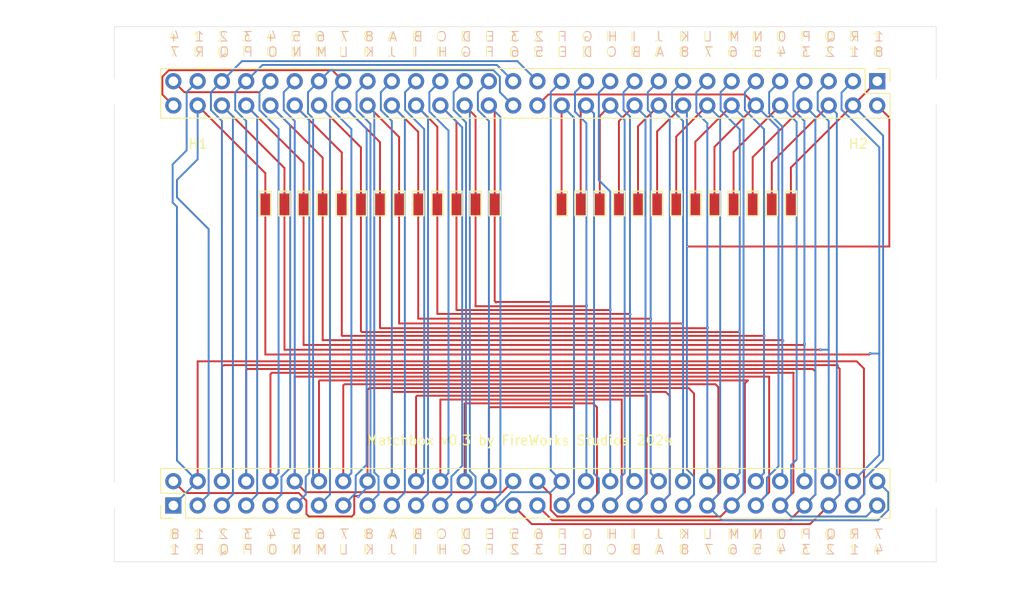
<source format=kicad_pcb>
(kicad_pcb (version 20240108) (generator "pcbnew") (generator_version "8.0")
  (layers (0 "F.Cu" signal) (31 "B.Cu" signal) (34 "B.Paste" user) (35 "F.Paste" user) (36 "B.SilkS" user "B.Silkscreen") (37 "F.SilkS" user "F.Silkscreen") (38 "B.Mask" user) (39 "F.Mask" user) (44 "Edge.Cuts" user))
  (net 0 "")
  (net 1 "/R")
  (net 2 "/Q")
  (net 3 "/P")
  (net 4 "/O")
  (net 5 "/N")
  (net 6 "/M")
  (net 7 "/L")
  (net 8 "/K")
  (net 9 "/J")
  (net 10 "/I")
  (net 11 "/H")
  (net 12 "/G")
  (net 13 "/F")
  (net 14 "/E")
  (net 15 "/D")
  (net 16 "/C")
  (net 17 "/B")
  (net 18 "/A")
  (net 19 "/8")
  (net 20 "/7")
  (net 21 "/6")
  (net 22 "/5")
  (net 23 "/4")
  (net 24 "/3")
  (net 25 "/2")
  (net 26 "/1")
  (footprint "MountingHole:MountingHole_3.2mm_M3" (layer "F.Cu") (at 77.2 108)
    (property "Reference" "H6" (hide yes))
    (property "Value" "MountingHole")
  )
  (footprint "S7221_45R:HARWIN_S7221-45R" (layer "F.Cu") (at 112.1 77.5 -90)
    (property "Reference" "PinH1" (hide yes))
    (property "Value" "S7221-45R" (hide yes))
  )
  (footprint "Connector_PinHeader_2.54mm:PinHeader_2x30_P2.54mm_Vertical" (layer "F.Cu") (at 82.475 109.1 90)
    (property "Reference" "J30" (hide yes))
    (property "Value" "Conn_02x30_Odd_Even" (hide yes))
  )
  (footprint "S7221_45R:HARWIN_S7221-45R" (layer "F.Cu") (at 110.1 77.5 -90)
    (property "Reference" "PinI1" (hide yes))
    (property "Value" "S7221-45R" (hide yes))
  )
  (footprint "S7221_45R:HARWIN_S7221-45R" (layer "F.Cu") (at 116.1 77.5 -90)
    (property "Reference" "PinF1" (hide yes))
    (property "Value" "S7221-45R" (hide yes))
  )
  (footprint "S7221_45R:HARWIN_S7221-45R" (layer "F.Cu") (at 100.1 77.5 -90)
    (property "Reference" "PinN1" (hide yes))
    (property "Value" "S7221-45R" (hide yes))
  )
  (footprint "S7221_45R:HARWIN_S7221-45R" (layer "F.Cu") (at 104.1 77.5 -90)
    (property "Reference" "PinL1" (hide yes))
    (property "Value" "S7221-45R" (hide yes))
  )
  (footprint "S7221_45R:HARWIN_S7221-45R" (layer "F.Cu") (at 145.1 77.5 -90)
    (property "Reference" "Pin2" (hide yes))
    (property "Value" "S7221-45R" (hide yes))
  )
  (footprint "S7221_45R:HARWIN_S7221-45R" (layer "F.Cu") (at 98.1 77.5 -90)
    (property "Reference" "PinO1" (hide yes))
    (property "Value" "S7221-45R" (hide yes))
  )
  (footprint "Connector_PinHeader_2.54mm:PinHeader_2x30_P2.54mm_Vertical" (layer "F.Cu") (at 156.135 64.7 -90)
    (property "Reference" "J29" (hide yes))
    (property "Value" "Conn_02x30_Odd_Even" (hide yes))
  )
  (footprint "MountingHole:MountingHole_3.2mm_M3" (layer "F.Cu") (at 161.4 108)
    (property "Reference" "H5" (hide yes))
    (property "Value" "MountingHole")
  )
  (footprint "S7221_45R:HARWIN_S7221-45R" (layer "F.Cu") (at 96.1 77.5 -90)
    (property "Reference" "PinP1" (hide yes))
    (property "Value" "S7221-45R" (hide yes))
  )
  (footprint "S7221_45R:HARWIN_S7221-45R" (layer "F.Cu") (at 92.1 77.5 -90)
    (property "Reference" "PinR1" (hide yes))
    (property "Value" "S7221-45R" (hide yes))
  )
  (footprint "S7221_45R:HARWIN_S7221-45R" (layer "F.Cu") (at 133.1 77.5 -90)
    (property "Reference" "Pin8" (hide yes))
    (property "Value" "S7221-45R" (hide yes))
  )
  (footprint "MountingHole:MountingHole_3.7mm" (layer "F.Cu") (at 85.05 75.95)
    (property "Reference" "H1")
    (property "Value" "MountingHole")
  )
  (footprint "S7221_45R:HARWIN_S7221-45R" (layer "F.Cu") (at 129.1 77.5 -90)
    (property "Reference" "PinB1" (hide yes))
    (property "Value" "S7221-45R" (hide yes))
  )
  (footprint "S7221_45R:HARWIN_S7221-45R" (layer "F.Cu") (at 94.1 77.5 -90)
    (property "Reference" "PinQ1" (hide yes))
    (property "Value" "S7221-45R" (hide yes))
  )
  (footprint "S7221_45R:HARWIN_S7221-45R" (layer "F.Cu") (at 123.1 77.5 -90)
    (property "Reference" "PinE1" (hide yes))
    (property "Value" "S7221-45R" (hide yes))
  )
  (footprint "MountingHole:MountingHole_3.2mm_M3" (layer "F.Cu") (at 77.2 65.8)
    (property "Reference" "H4" (hide yes))
    (property "Value" "MountingHole")
  )
  (footprint "S7221_45R:HARWIN_S7221-45R" (layer "F.Cu") (at 125.1 77.5 -90)
    (property "Reference" "PinD1" (hide yes))
    (property "Value" "S7221-45R" (hide yes))
  )
  (footprint "MountingHole:MountingHole_3.2mm_M3" (layer "F.Cu") (at 161.4 65.8)
    (property "Reference" "H3" (hide yes))
    (property "Value" "MountingHole")
  )
  (footprint "MountingHole:MountingHole_3.7mm" (layer "F.Cu") (at 154.15 75.95)
    (property "Reference" "H2")
    (property "Value" "MountingHole")
  )
  (footprint "S7221_45R:HARWIN_S7221-45R" (layer "F.Cu") (at 147.1 77.5 -90)
    (property "Reference" "Pin1" (hide yes))
    (property "Value" "S7221-45R" (hide yes))
  )
  (footprint "S7221_45R:HARWIN_S7221-45R" (layer "F.Cu") (at 137.1 77.5 -90)
    (property "Reference" "Pin6" (hide yes))
    (property "Value" "S7221-45R" (hide yes))
  )
  (footprint "S7221_45R:HARWIN_S7221-45R" (layer "F.Cu") (at 143.1 77.5 -90)
    (property "Reference" "Pin3" (hide yes))
    (property "Value" "S7221-45R" (hide yes))
  )
  (footprint "S7221_45R:HARWIN_S7221-45R" (layer "F.Cu") (at 135.1 77.5 -90)
    (property "Reference" "Pin7" (hide yes))
    (property "Value" "S7221-45R" (hide yes))
  )
  (footprint "S7221_45R:HARWIN_S7221-45R" (layer "F.Cu") (at 131.1 77.5 -90)
    (property "Reference" "PinA1" (hide yes))
    (property "Value" "S7221-45R" (hide yes))
  )
  (footprint "S7221_45R:HARWIN_S7221-45R" (layer "F.Cu") (at 141.1 77.5 -90)
    (property "Reference" "Pin4" (hide yes))
    (property "Value" "S7221-45R" (hide yes))
  )
  (footprint "S7221_45R:HARWIN_S7221-45R" (layer "F.Cu") (at 114.1 77.5 -90)
    (property "Reference" "PinG1" (hide yes))
    (property "Value" "S7221-45R" (hide yes))
  )
  (footprint "S7221_45R:HARWIN_S7221-45R" (layer "F.Cu") (at 139.1 77.5 -90)
    (property "Reference" "Pin5" (hide yes))
    (property "Value" "S7221-45R" (hide yes))
  )
  (footprint "S7221_45R:HARWIN_S7221-45R" (layer "F.Cu") (at 102.1 77.5 -90)
    (property "Reference" "PinM1" (hide yes))
    (property "Value" "S7221-45R" (hide yes))
  )
  (footprint "S7221_45R:HARWIN_S7221-45R" (layer "F.Cu") (at 106.1 77.5 -90)
    (property "Reference" "PinK1" (hide yes))
    (property "Value" "S7221-45R" (hide yes))
  )
  (footprint "S7221_45R:HARWIN_S7221-45R" (layer "F.Cu") (at 127.1 77.5 -90)
    (property "Reference" "PinC1" (hide yes))
    (property "Value" "S7221-45R" (hide yes))
  )
  (footprint "S7221_45R:HARWIN_S7221-45R" (layer "F.Cu") (at 108.1 77.5 -90)
    (property "Reference" "PinJ1" (hide yes))
    (property "Value" "S7221-45R" (hide yes))
  )
  (gr_rect (start 76.3 59) (end 162.3 115) (stroke (width 0.05)) (fill none) (layer "Edge.Cuts"))
  (gr_text "A\nJ" (at 104.99262 114.3 -0) (layer "B.SilkS") (effects (font (size 1 1) (thickness 0.1)) (justify right bottom mirror)))
  (gr_text "6\nM" (at 97.37262 114.3 -0) (layer "B.SilkS") (effects (font (size 1 1) (thickness 0.1)) (justify right bottom mirror)))
  (gr_text "K\n8" (at 135.47262 62.23 -0) (layer "B.SilkS") (effects (font (size 1 1) (thickness 0.1)) (justify right bottom mirror)))
  (gr_text "D\nG" (at 112.61262 62.23 -0) (layer "B.SilkS") (effects (font (size 1 1) (thickness 0.1)) (justify right bottom mirror)))
  (gr_text "I\nB" (at 130.39262 62.23 -0) (layer "B.SilkS") (effects (font (size 1 1) (thickness 0.1)) (justify right bottom mirror)))
  (gr_text "7\n4" (at 155.79262 114.3 -0) (layer "B.SilkS") (effects (font (size 1 1) (thickness 0.1)) (justify right bottom mirror)))
  (gr_text "7\nL" (at 99.91262 62.23 -0) (layer "B.SilkS") (effects (font (size 1 1) (thickness 0.1)) (justify right bottom mirror)))
  (gr_text "C\nH" (at 110.07262 62.23 -0) (layer "B.SilkS") (effects (font (size 1 1) (thickness 0.1)) (justify right bottom mirror)))
  (gr_text "3\n6" (at 117.69262 62.23 -0) (layer "B.SilkS") (effects (font (size 1 1) (thickness 0.1)) (justify right bottom mirror)))
  (gr_text "7\nL" (at 99.91262 114.3 -0) (layer "B.SilkS") (effects (font (size 1 1) (thickness 0.1)) (justify right bottom mirror)))
  (gr_text "8\nK" (at 102.45262 114.3 -0) (layer "B.SilkS") (effects (font (size 1 1) (thickness 0.1)) (justify right bottom mirror)))
  (gr_text "4\n7" (at 82.13262 62.23 -0) (layer "B.SilkS") (effects (font (size 1 1) (thickness 0.1)) (justify right bottom mirror)))
  (gr_text "6\n3" (at 120.23262 114.3 -0) (layer "B.SilkS") (effects (font (size 1 1) (thickness 0.1)) (justify right bottom mirror)))
  (gr_text "5\nN" (at 94.83262 114.3 -0) (layer "B.SilkS") (effects (font (size 1 1) (thickness 0.1)) (justify right bottom mirror)))
  (gr_text "E\nF" (at 115.15262 62.23 -0) (layer "B.SilkS") (effects (font (size 1 1) (thickness 0.1)) (justify right bottom mirror)))
  (gr_text "M\n6" (at 140.55262 114.3 -0) (layer "B.SilkS") (effects (font (size 1 1) (thickness 0.1)) (justify right bottom mirror)))
  (gr_text "2\nQ" (at 87.21262 114.3 -0) (layer "B.SilkS") (effects (font (size 1 1) (thickness 0.1)) (justify right bottom mirror)))
  (gr_text "L\n7" (at 138.01262 114.3 -0) (layer "B.SilkS") (effects (font (size 1 1) (thickness 0.1)) (justify right bottom mirror)))
  (gr_text "4\nO" (at 92.29262 114.3 -0) (layer "B.SilkS") (effects (font (size 1 1) (thickness 0.1)) (justify right bottom mirror)))
  (gr_text "3\nP" (at 89.75262 62.23 -0) (layer "B.SilkS") (effects (font (size 1 1) (thickness 0.1)) (justify right bottom mirror)))
  (gr_text "1\nR" (at 84.67262 62.23 -0) (layer "B.SilkS") (effects (font (size 1 1) (thickness 0.1)) (justify right bottom mirror)))
  (gr_text "5\nN" (at 94.83262 62.23 -0) (layer "B.SilkS") (effects (font (size 1 1) (thickness 0.1)) (justify right bottom mirror)))
  (gr_text "0\n4" (at 145.63262 62.23 -0) (layer "B.SilkS") (effects (font (size 1 1) (thickness 0.1)) (justify right bottom mirror)))
  (gr_text "P\n3" (at 148.17262 114.3 -0) (layer "B.SilkS") (effects (font (size 1 1) (thickness 0.1)) (justify right bottom mirror)))
  (gr_text "P\n3" (at 148.17262 62.23 -0) (layer "B.SilkS") (effects (font (size 1 1) (thickness 0.1)) (justify right bottom mirror)))
  (gr_text "J\nA" (at 132.93262 62.23 -0) (layer "B.SilkS") (effects (font (size 1 1) (thickness 0.1)) (justify right bottom mirror)))
  (gr_text "Q\n2" (at 150.71262 114.3 -0) (layer "B.SilkS") (effects (font (size 1 1) (thickness 0.1)) (justify right bottom mirror)))
  (gr_text "N\n5" (at 143.09262 62.23 -0) (layer "B.SilkS") (effects (font (size 1 1) (thickness 0.1)) (justify right bottom mirror)))
  (gr_text "J\nA" (at 132.93262 114.3 -0) (layer "B.SilkS") (effects (font (size 1 1) (thickness 0.1)) (justify right bottom mirror)))
  (gr_text "1\n8" (at 155.79262 62.23 -0) (layer "B.SilkS") (effects (font (size 1 1) (thickness 0.1)) (justify right bottom mirror)))
  (gr_text "3\nP" (at 89.75262 114.3 -0) (layer "B.SilkS") (effects (font (size 1 1) (thickness 0.1)) (justify right bottom mirror)))
  (gr_text "G\nD" (at 125.31262 114.3 -0) (layer "B.SilkS") (effects (font (size 1 1) (thickness 0.1)) (justify right bottom mirror)))
  (gr_text "M\n6" (at 140.55262 62.23 -0) (layer "B.SilkS") (effects (font (size 1 1) (thickness 0.1)) (justify right bottom mirror)))
  (gr_text "8\nK" (at 102.45262 62.23 -0) (layer "B.SilkS") (effects (font (size 1 1) (thickness 0.1)) (justify right bottom mirror)))
  (gr_text "I\nB" (at 130.39262 114.3 -0) (layer "B.SilkS") (effects (font (size 1 1) (thickness 0.1)) (justify right bottom mirror)))
  (gr_text "1\nR" (at 84.67262 114.3 -0) (layer "B.SilkS") (effects (font (size 1 1) (thickness 0.1)) (justify right bottom mirror)))
  (gr_text "F\nE" (at 122.77262 114.3 -0) (layer "B.SilkS") (effects (font (size 1 1) (thickness 0.1)) (justify right bottom mirror)))
  (gr_text "B\nI" (at 107.53262 62.23 -0) (layer "B.SilkS") (effects (font (size 1 1) (thickness 0.1)) (justify right bottom mirror)))
  (gr_text "Q\n2" (at 150.71262 62.23 -0) (layer "B.SilkS") (effects (font (size 1 1) (thickness 0.1)) (justify right bottom mirror)))
  (gr_text "R\n1" (at 153.25262 62.23 -0) (layer "B.SilkS") (effects (font (size 1 1) (thickness 0.1)) (justify right bottom mirror)))
  (gr_text "2\n5" (at 120.23262 62.23 -0) (layer "B.SilkS") (effects (font (size 1 1) (thickness 0.1)) (justify right bottom mirror)))
  (gr_text "K\n8" (at 135.47262 114.3 -0) (layer "B.SilkS") (effects (font (size 1 1) (thickness 0.1)) (justify right bottom mirror)))
  (gr_text "E\nF" (at 115.15262 114.3 -0) (layer "B.SilkS") (effects (font (size 1 1) (thickness 0.1)) (justify right bottom mirror)))
  (gr_text "6\nM" (at 97.37262 62.23 -0) (layer "B.SilkS") (effects (font (size 1 1) (thickness 0.1)) (justify right bottom mirror)))
  (gr_text "D\nG" (at 112.61262 114.3 -0) (layer "B.SilkS") (effects (font (size 1 1) (thickness 0.1)) (justify right bottom mirror)))
  (gr_text "L\n7" (at 138.01262 62.23 -0) (layer "B.SilkS") (effects (font (size 1 1) (thickness 0.1)) (justify right bottom mirror)))
  (gr_text "C\nH" (at 110.07262 114.3 -0) (layer "B.SilkS") (effects (font (size 1 1) (thickness 0.1)) (justify right bottom mirror)))
  (gr_text "2\nQ" (at 87.21262 62.23 -0) (layer "B.SilkS") (effects (font (size 1 1) (thickness 0.1)) (justify right bottom mirror)))
  (gr_text "8\n1" (at 82.13262 114.3 -0) (layer "B.SilkS") (effects (font (size 1 1) (thickness 0.1)) (justify right bottom mirror)))
  (gr_text "B\nI" (at 107.53262 114.3 -0) (layer "B.SilkS") (effects (font (size 1 1) (thickness 0.1)) (justify right bottom mirror)))
  (gr_text "4\nO" (at 92.29262 62.23 -0) (layer "B.SilkS") (effects (font (size 1 1) (thickness 0.1)) (justify right bottom mirror)))
  (gr_text "H\nC" (at 127.85262 114.3 -0) (layer "B.SilkS") (effects (font (size 1 1) (thickness 0.1)) (justify right bottom mirror)))
  (gr_text "0\n4" (at 145.63262 114.3 -0) (layer "B.SilkS") (effects (font (size 1 1) (thickness 0.1)) (justify right bottom mirror)))
  (gr_text "A\nJ" (at 104.99262 62.23 -0) (layer "B.SilkS") (effects (font (size 1 1) (thickness 0.1)) (justify right bottom mirror)))
  (gr_text "N\n5" (at 143.09262 114.3 -0) (layer "B.SilkS") (effects (font (size 1 1) (thickness 0.1)) (justify right bottom mirror)))
  (gr_text "F\nE" (at 122.77262 62.23 -0) (layer "B.SilkS") (effects (font (size 1 1) (thickness 0.1)) (justify right bottom mirror)))
  (gr_text "R\n1" (at 153.25262 114.3 -0) (layer "B.SilkS") (effects (font (size 1 1) (thickness 0.1)) (justify right bottom mirror)))
  (gr_text "H\nC" (at 127.85262 62.23 -0) (layer "B.SilkS") (effects (font (size 1 1) (thickness 0.1)) (justify right bottom mirror)))
  (gr_text "G\nD" (at 125.31262 62.23 -0) (layer "B.SilkS") (effects (font (size 1 1) (thickness 0.1)) (justify right bottom mirror)))
  (gr_text "5\n2" (at 117.69262 114.3 -0) (layer "B.SilkS") (effects (font (size 1 1) (thickness 0.1)) (justify right bottom mirror)))
  (gr_text "8\nK" (at 102.235 62.23 0) (layer "F.SilkS") (effects (font (size 1 1) (thickness 0.1)) (justify left bottom)))
  (gr_text "0\n4" (at 145.415 62.23 0) (layer "F.SilkS") (effects (font (size 1 1) (thickness 0.1)) (justify left bottom)))
  (gr_text "E\nF" (at 114.935 114.3 0) (layer "F.SilkS") (effects (font (size 1 1) (thickness 0.1)) (justify left bottom)))
  (gr_text "C\nH" (at 109.855 114.3 0) (layer "F.SilkS") (effects (font (size 1 1) (thickness 0.1)) (justify left bottom)))
  (gr_text "1\n8" (at 155.575 62.23 0) (layer "F.SilkS") (effects (font (size 1 1) (thickness 0.1)) (justify left bottom)))
  (gr_text "L\n7" (at 137.795 114.3 0) (layer "F.SilkS") (effects (font (size 1 1) (thickness 0.1)) (justify left bottom)))
  (gr_text "8\n1" (at 81.915 114.3 0) (layer "F.SilkS") (effects (font (size 1 1) (thickness 0.1)) (justify left bottom)))
  (gr_text "L\n7" (at 137.795 62.23 0) (layer "F.SilkS") (effects (font (size 1 1) (thickness 0.1)) (justify left bottom)))
  (gr_text "H\nC" (at 127.635 114.3 0) (layer "F.SilkS") (effects (font (size 1 1) (thickness 0.1)) (justify left bottom)))
  (gr_text "1\nR" (at 84.455 62.23 0) (layer "F.SilkS") (effects (font (size 1 1) (thickness 0.1)) (justify left bottom)))
  (gr_text "5\nN" (at 94.615 114.3 0) (layer "F.SilkS") (effects (font (size 1 1) (thickness 0.1)) (justify left bottom)))
  (gr_text "R\n1" (at 153.035 114.3 0) (layer "F.SilkS") (effects (font (size 1 1) (thickness 0.1)) (justify left bottom)))
  (gr_text "M\n6" (at 140.335 114.3 0) (layer "F.SilkS") (effects (font (size 1 1) (thickness 0.1)) (justify left bottom)))
  (gr_text "Matchbox v0.3 by FireWorks Studios 2024\n" (at 118.745 102.87 0) (layer "F.SilkS") (effects (font (size 1 1)) (justify bottom)))
  (gr_text "3\nP" (at 89.535 62.23 0) (layer "F.SilkS") (effects (font (size 1 1) (thickness 0.1)) (justify left bottom)))
  (gr_text "6\nM" (at 97.155 114.3 0) (layer "F.SilkS") (effects (font (size 1 1) (thickness 0.1)) (justify left bottom)))
  (gr_text "N\n5" (at 142.875 62.23 0) (layer "F.SilkS") (effects (font (size 1 1) (thickness 0.1)) (justify left bottom)))
  (gr_text "F\nE" (at 122.555 62.23 0) (layer "F.SilkS") (effects (font (size 1 1) (thickness 0.1)) (justify left bottom)))
  (gr_text "8\nK" (at 102.235 114.3 0) (layer "F.SilkS") (effects (font (size 1 1) (thickness 0.1)) (justify left bottom)))
  (gr_text "J\nA" (at 132.715 114.3 0) (layer "F.SilkS") (effects (font (size 1 1) (thickness 0.1)) (justify left bottom)))
  (gr_text "G\nD" (at 125.095 62.23 0) (layer "F.SilkS") (effects (font (size 1 1) (thickness 0.1)) (justify left bottom)))
  (gr_text "5\nN" (at 94.615 62.23 0) (layer "F.SilkS") (effects (font (size 1 1) (thickness 0.1)) (justify left bottom)))
  (gr_text "R\n1" (at 153.035 62.23 0) (layer "F.SilkS") (effects (font (size 1 1) (thickness 0.1)) (justify left bottom)))
  (gr_text "Q\n2" (at 150.495 114.3 0) (layer "F.SilkS") (effects (font (size 1 1) (thickness 0.1)) (justify left bottom)))
  (gr_text "K\n8" (at 135.255 114.3 0) (layer "F.SilkS") (effects (font (size 1 1) (thickness 0.1)) (justify left bottom)))
  (gr_text "E\nF" (at 114.935 62.23 0) (layer "F.SilkS") (effects (font (size 1 1) (thickness 0.1)) (justify left bottom)))
  (gr_text "3\nP" (at 89.535 114.3 0) (layer "F.SilkS") (effects (font (size 1 1) (thickness 0.1)) (justify left bottom)))
  (gr_text "2\n5" (at 120.015 62.23 0) (layer "F.SilkS") (effects (font (size 1 1) (thickness 0.1)) (justify left bottom)))
  (gr_text "B\nI" (at 107.315 62.23 0) (layer "F.SilkS") (effects (font (size 1 1) (thickness 0.1)) (justify left bottom)))
  (gr_text "B\nI" (at 107.315 114.3 0) (layer "F.SilkS") (effects (font (size 1 1) (thickness 0.1)) (justify left bottom)))
  (gr_text "P\n3" (at 147.955 62.23 0) (layer "F.SilkS") (effects (font (size 1 1) (thickness 0.1)) (justify left bottom)))
  (gr_text "7\nL" (at 99.695 114.3 0) (layer "F.SilkS") (effects (font (size 1 1) (thickness 0.1)) (justify left bottom)))
  (gr_text "0\n4" (at 145.415 114.3 0) (layer "F.SilkS") (effects (font (size 1 1) (thickness 0.1)) (justify left bottom)))
  (gr_text "K\n8" (at 135.255 62.23 0) (layer "F.SilkS") (effects (font (size 1 1) (thickness 0.1)) (justify left bottom)))
  (gr_text "7\nL" (at 99.695 62.23 0) (layer "F.SilkS") (effects (font (size 1 1) (thickness 0.1)) (justify left bottom)))
  (gr_text "G\nD" (at 125.095 114.3 0) (layer "F.SilkS") (effects (font (size 1 1) (thickness 0.1)) (justify left bottom)))
  (gr_text "P\n3" (at 147.955 114.3 0) (layer "F.SilkS") (effects (font (size 1 1) (thickness 0.1)) (justify left bottom)))
  (gr_text "4\n7" (at 81.915 62.23 0) (layer "F.SilkS") (effects (font (size 1 1) (thickness 0.1)) (justify left bottom)))
  (gr_text "D\nG" (at 112.395 62.23 0) (layer "F.SilkS") (effects (font (size 1 1) (thickness 0.1)) (justify left bottom)))
  (gr_text "N\n5" (at 142.875 114.3 0) (layer "F.SilkS") (effects (font (size 1 1) (thickness 0.1)) (justify left bottom)))
  (gr_text "2\nQ" (at 86.995 62.23 0) (layer "F.SilkS") (effects (font (size 1 1) (thickness 0.1)) (justify left bottom)))
  (gr_text "F\nE" (at 122.555 114.3 0) (layer "F.SilkS") (effects (font (size 1 1) (thickness 0.1)) (justify left bottom)))
  (gr_text "M\n6" (at 140.335 62.23 0) (layer "F.SilkS") (effects (font (size 1 1) (thickness 0.1)) (justify left bottom)))
  (gr_text "C\nH" (at 109.855 62.23 0) (layer "F.SilkS") (effects (font (size 1 1) (thickness 0.1)) (justify left bottom)))
  (gr_text "2\nQ" (at 86.995 114.3 0) (layer "F.SilkS") (effects (font (size 1 1) (thickness 0.1)) (justify left bottom)))
  (gr_text "7\n4" (at 155.575 114.3 0) (layer "F.SilkS") (effects (font (size 1 1) (thickness 0.1)) (justify left bottom)))
  (gr_text "D\nG" (at 112.395 114.3 0) (layer "F.SilkS") (effects (font (size 1 1) (thickness 0.1)) (justify left bottom)))
  (gr_text "6\nM" (at 97.155 62.23 0) (layer "F.SilkS") (effects (font (size 1 1) (thickness 0.1)) (justify left bottom)))
  (gr_text "I\nB" (at 130.175 62.23 0) (layer "F.SilkS") (effects (font (size 1 1) (thickness 0.1)) (justify left bottom)))
  (gr_text "Q\n2" (at 150.495 62.23 0) (layer "F.SilkS") (effects (font (size 1 1) (thickness 0.1)) (justify left bottom)))
  (gr_text "I\nB" (at 130.175 114.3 0) (layer "F.SilkS") (effects (font (size 1 1) (thickness 0.1)) (justify left bottom)))
  (gr_text "1\nR" (at 84.455 114.3 0) (layer "F.SilkS") (effects (font (size 1 1) (thickness 0.1)) (justify left bottom)))
  (gr_text "H\nC" (at 127.635 62.23 0) (layer "F.SilkS") (effects (font (size 1 1) (thickness 0.1)) (justify left bottom)))
  (gr_text "4\nO" (at 92.075 62.23 0) (layer "F.SilkS") (effects (font (size 1 1) (thickness 0.1)) (justify left bottom)))
  (gr_text "A\nJ" (at 104.775 114.3 0) (layer "F.SilkS") (effects (font (size 1 1) (thickness 0.1)) (justify left bottom)))
  (gr_text "J\nA" (at 132.715 62.23 0) (layer "F.SilkS") (effects (font (size 1 1) (thickness 0.1)) (justify left bottom)))
  (gr_text "A\nJ" (at 104.775 62.23 0) (layer "F.SilkS") (effects (font (size 1 1) (thickness 0.1)) (justify left bottom)))
  (gr_text "5\n2" (at 117.475 114.3 0) (layer "F.SilkS") (effects (font (size 1 1) (thickness 0.1)) (justify left bottom)))
  (gr_text "6\n3" (at 120.015 114.3 0) (layer "F.SilkS") (effects (font (size 1 1) (thickness 0.1)) (justify left bottom)))
  (gr_text "4\nO" (at 92.075 114.3 0) (layer "F.SilkS") (effects (font (size 1 1) (thickness 0.1)) (justify left bottom)))
  (gr_text "3\n6" (at 117.475 62.23 0) (layer "F.SilkS") (effects (font (size 1 1) (thickness 0.1)) (justify left bottom)))
  (segment (start 92.1 93.3) (end 155.3 93.3) (width 0.2) (layer "F.Cu") (net 1))
  (segment (start 155.3 93.3) (end 155.4 93.2) (width 0.2) (layer "F.Cu") (net 1))
  (segment (start 92.1 74.325) (end 85.015 67.24) (width 0.2) (layer "F.Cu") (net 1))
  (segment (start 92.1 77.58875) (end 92.1 93.3) (width 0.2) (layer "F.Cu") (net 1))
  (segment (start 92.1 77.58875) (end 92.1 74.325) (width 0.2) (layer "F.Cu") (net 1))
  (via micro (at 155.4 93.2) (size 0.3) (drill 0.1) (layers "F.Cu" "B.Cu") (net 1))
  (segment (start 152.4 67.671346) (end 152.4 65.895) (width 0.2) (layer "B.Cu") (net 1))
  (segment (start 82.85 76.86127) (end 86.165 80.17627) (width 0.2) (layer "B.Cu") (net 1))
  (segment (start 86.165 80.17627) (end 86.165 107.95) (width 0.2) (layer "B.Cu") (net 1))
  (segment (start 155.4 93.2) (end 156.35 93.2) (width 0.2) (layer "B.Cu") (net 1))
  (segment (start 85.015 72.87373) (end 82.85 75.03873) (width 0.2) (layer "B.Cu") (net 1))
  (segment (start 152.4 65.895) (end 153.595 64.7) (width 0.2) (layer "B.Cu") (net 1))
  (segment (start 86.165 107.95) (end 85.015 109.1) (width 0.2) (layer "B.Cu") (net 1))
  (segment (start 85.015 67.24) (end 85.015 72.87373) (width 0.2) (layer "B.Cu") (net 1))
  (segment (start 156.35 103.805) (end 156.35 93.2) (width 0.2) (layer "B.Cu") (net 1))
  (segment (start 156.35 71.621346) (end 152.4 67.671346) (width 0.2) (layer "B.Cu") (net 1))
  (segment (start 82.85 75.03873) (end 82.85 76.86127) (width 0.2) (layer "B.Cu") (net 1))
  (segment (start 156.35 93.2) (end 156.35 71.621346) (width 0.2) (layer "B.Cu") (net 1))
  (segment (start 153.595 106.56) (end 156.35 103.805) (width 0.2) (layer "B.Cu") (net 1))
  (segment (start 94.1 92.8) (end 150.2 92.8) (width 0.2) (layer "F.Cu") (net 2))
  (segment (start 94.1 77.58875) (end 94.1 73.785) (width 0.2) (layer "F.Cu") (net 2))
  (segment (start 94.1 73.785) (end 87.555 67.24) (width 0.2) (layer "F.Cu") (net 2))
  (segment (start 94.1 77.58875) (end 94.1 92.8) (width 0.2) (layer "F.Cu") (net 2))
  (via micro (at 150.2 92.8) (size 0.3) (drill 0.1) (layers "F.Cu" "B.Cu") (net 2))
  (segment (start 149.905 65.85) (end 151.055 64.7) (width 0.2) (layer "B.Cu") (net 2))
  (segment (start 87.555 67.24) (end 88.705 68.39) (width 0.2) (layer "B.Cu") (net 2))
  (segment (start 149.905 67.716346) (end 149.905 65.85) (width 0.2) (layer "B.Cu") (net 2))
  (segment (start 151.055 68.866346) (end 149.905 67.716346) (width 0.2) (layer "B.Cu") (net 2))
  (segment (start 88.705 68.39) (end 88.705 107.95) (width 0.2) (layer "B.Cu") (net 2))
  (segment (start 88.705 107.95) (end 87.555 109.1) (width 0.2) (layer "B.Cu") (net 2))
  (segment (start 151.055 106.56) (end 151.055 92.8) (width 0.2) (layer "B.Cu") (net 2))
  (segment (start 151.055 92.8) (end 151.055 68.866346) (width 0.2) (layer "B.Cu") (net 2))
  (segment (start 150.2 92.8) (end 151.055 92.8) (width 0.2) (layer "B.Cu") (net 2))
  (segment (start 96.1 73.245) (end 90.095 67.24) (width 0.2) (layer "F.Cu") (net 3))
  (segment (start 148.415 92.3) (end 148.515 92.2) (width 0.2) (layer "F.Cu") (net 3))
  (segment (start 96.1 77.58875) (end 96.1 92.3) (width 0.2) (layer "F.Cu") (net 3))
  (segment (start 96.1 92.3) (end 148.415 92.3) (width 0.2) (layer "F.Cu") (net 3))
  (segment (start 96.1 77.58875) (end 96.1 73.245) (width 0.2) (layer "F.Cu") (net 3))
  (via micro (at 148.515 92.2) (size 0.3) (drill 0.1) (layers "F.Cu" "B.Cu") (net 3))
  (segment (start 147.365 65.85) (end 148.515 64.7) (width 0.2) (layer "B.Cu") (net 3))
  (segment (start 148.515 68.866346) (end 147.365 67.716346) (width 0.2) (layer "B.Cu") (net 3))
  (segment (start 90.095 67.24) (end 91.245 68.39) (width 0.2) (layer "B.Cu") (net 3))
  (segment (start 91.245 68.39) (end 91.245 107.95) (width 0.2) (layer "B.Cu") (net 3))
  (segment (start 148.515 92.2) (end 148.515 68.866346) (width 0.2) (layer "B.Cu") (net 3))
  (segment (start 91.245 107.95) (end 90.095 109.1) (width 0.2) (layer "B.Cu") (net 3))
  (segment (start 147.365 67.716346) (end 147.365 65.85) (width 0.2) (layer "B.Cu") (net 3))
  (segment (start 148.515 106.56) (end 148.515 92.2) (width 0.2) (layer "B.Cu") (net 3))
  (segment (start 146.2 91.8) (end 146.25 91.85) (width 0.2) (layer "F.Cu") (net 4))
  (segment (start 98.1 91.8) (end 146.2 91.8) (width 0.2) (layer "F.Cu") (net 4))
  (segment (start 98.1 77.58875) (end 98.1 72.705) (width 0.2) (layer "F.Cu") (net 4))
  (segment (start 98.1 72.705) (end 92.635 67.24) (width 0.2) (layer "F.Cu") (net 4))
  (segment (start 98.1 77.58875) (end 98.1 91.8) (width 0.2) (layer "F.Cu") (net 4))
  (via micro (at 146.25 91.85) (size 0.3) (drill 0.1) (layers "F.Cu" "B.Cu") (net 4))
  (segment (start 93.785 107.95) (end 92.635 109.1) (width 0.2) (layer "B.Cu") (net 4))
  (segment (start 145.975 106.56) (end 146.2 106.335) (width 0.2) (layer "B.Cu") (net 4))
  (segment (start 94.7 69.305) (end 94.7 105.168654) (width 0.2) (layer "B.Cu") (net 4))
  (segment (start 93.785 106.083654) (end 93.785 107.95) (width 0.2) (layer "B.Cu") (net 4))
  (segment (start 146.2 69.439314) (end 144.825 68.064314) (width 0.2) (layer "B.Cu") (net 4))
  (segment (start 144.825 68.064314) (end 144.825 65.85) (width 0.2) (layer "B.Cu") (net 4))
  (segment (start 144.825 65.85) (end 145.975 64.7) (width 0.2) (layer "B.Cu") (net 4))
  (segment (start 94.7 105.168654) (end 93.785 106.083654) (width 0.2) (layer "B.Cu") (net 4))
  (segment (start 92.635 67.24) (end 94.7 69.305) (width 0.2) (layer "B.Cu") (net 4))
  (segment (start 146.2 106.335) (end 146.2 69.439314) (width 0.2) (layer "B.Cu") (net 4))
  (segment (start 100.1 72.165) (end 95.175 67.24) (width 0.2) (layer "F.Cu") (net 5))
  (segment (start 100.1 77.58875) (end 100.1 72.165) (width 0.2) (layer "F.Cu") (net 5))
  (segment (start 100.1 91.3) (end 100.15 91.35) (width 0.2) (layer "F.Cu") (net 5))
  (segment (start 100.15 91.35) (end 144.285 91.35) (width 0.2) (layer "F.Cu") (net 5))
  (segment (start 100.1 77.58875) (end 100.1 91.3) (width 0.2) (layer "F.Cu") (net 5))
  (via micro (at 144.285 91.35) (size 0.3) (drill 0.1) (layers "F.Cu" "B.Cu") (net 5))
  (segment (start 142.285 65.85) (end 143.435 64.7) (width 0.2) (layer "B.Cu") (net 5))
  (segment (start 96.325 107.95) (end 95.175 109.1) (width 0.2) (layer "B.Cu") (net 5))
  (segment (start 95.175 67.24) (end 96.7 68.765) (width 0.2) (layer "B.Cu") (net 5))
  (segment (start 96.7 68.765) (end 96.7 105.708654) (width 0.2) (layer "B.Cu") (net 5))
  (segment (start 142.285 67.716346) (end 142.285 65.85) (width 0.2) (layer "B.Cu") (net 5))
  (segment (start 143.435 106.56) (end 144.285 105.71) (width 0.2) (layer "B.Cu") (net 5))
  (segment (start 96.7 105.708654) (end 96.325 106.083654) (width 0.2) (layer "B.Cu") (net 5))
  (segment (start 144.285 105.71) (end 144.285 69.716346) (width 0.2) (layer "B.Cu") (net 5))
  (segment (start 144.285 69.716346) (end 142.285 67.716346) (width 0.2) (layer "B.Cu") (net 5))
  (segment (start 96.325 106.083654) (end 96.325 107.95) (width 0.2) (layer "B.Cu") (net 5))
  (segment (start 102.1 77.58875) (end 102.1 71.625) (width 0.2) (layer "F.Cu") (net 6))
  (segment (start 141.645 90.95) (end 141.695 90.9) (width 0.2) (layer "F.Cu") (net 6))
  (segment (start 102.1 77.58875) (end 102.1 90.85) (width 0.2) (layer "F.Cu") (net 6))
  (segment (start 102.2 90.95) (end 141.645 90.95) (width 0.2) (layer "F.Cu") (net 6))
  (segment (start 102.1 71.625) (end 97.715 67.24) (width 0.2) (layer "F.Cu") (net 6))
  (segment (start 102.1 90.85) (end 102.2 90.95) (width 0.2) (layer "F.Cu") (net 6))
  (via micro (at 141.695 90.9) (size 0.3) (drill 0.1) (layers "F.Cu" "B.Cu") (net 6))
  (segment (start 141.745 69.745) (end 139.745 67.745) (width 0.2) (layer "B.Cu") (net 6))
  (segment (start 98.865 107.95) (end 97.715 109.1) (width 0.2) (layer "B.Cu") (net 6))
  (segment (start 140.895 106.56) (end 141.745 105.71) (width 0.2) (layer "B.Cu") (net 6))
  (segment (start 139.745 65.85) (end 140.895 64.7) (width 0.2) (layer "B.Cu") (net 6))
  (segment (start 98.865 68.39) (end 98.865 107.95) (width 0.2) (layer "B.Cu") (net 6))
  (segment (start 141.745 105.71) (end 141.745 69.745) (width 0.2) (layer "B.Cu") (net 6))
  (segment (start 97.715 67.24) (end 98.865 68.39) (width 0.2) (layer "B.Cu") (net 6))
  (segment (start 139.745 67.745) (end 139.745 65.85) (width 0.2) (layer "B.Cu") (net 6))
  (segment (start 104.1 77.58875) (end 104.1 71.085) (width 0.2) (layer "F.Cu") (net 7))
  (segment (start 104.1 90.5) (end 104.15 90.55) (width 0.2) (layer "F.Cu") (net 7))
  (segment (start 104.1 77.58875) (end 104.1 90.5) (width 0.2) (layer "F.Cu") (net 7))
  (segment (start 104.15 90.55) (end 138.305 90.55) (width 0.2) (layer "F.Cu") (net 7))
  (segment (start 104.1 71.085) (end 100.255 67.24) (width 0.2) (layer "F.Cu") (net 7))
  (segment (start 138.305 90.55) (end 138.355 90.5) (width 0.2) (layer "F.Cu") (net 7))
  (via micro (at 138.355 90.5) (size 0.3) (drill 0.1) (layers "F.Cu" "B.Cu") (net 7))
  (segment (start 100.255 67.24) (end 102.7 69.685) (width 0.2) (layer "B.Cu") (net 7))
  (segment (start 101.555 107.8) (end 100.255 109.1) (width 0.2) (layer "B.Cu") (net 7))
  (segment (start 137.205 67.956346) (end 137.205 65.85) (width 0.2) (layer "B.Cu") (net 7))
  (segment (start 137.205 65.85) (end 138.355 64.7) (width 0.2) (layer "B.Cu") (net 7))
  (segment (start 138.355 69.106346) (end 137.205 67.956346) (width 0.2) (layer "B.Cu") (net 7))
  (segment (start 101.555 105.983654) (end 101.555 107.8) (width 0.2) (layer "B.Cu") (net 7))
  (segment (start 102.7 69.685) (end 102.7 104.838654) (width 0.2) (layer "B.Cu") (net 7))
  (segment (start 138.355 106.56) (end 138.355 69.106346) (width 0.2) (layer "B.Cu") (net 7))
  (segment (start 102.7 104.838654) (end 101.555 105.983654) (width 0.2) (layer "B.Cu") (net 7))
  (segment (start 106.1 77.58875) (end 106.1 90.05) (width 0.2) (layer "F.Cu") (net 8))
  (segment (start 135.715 90.05) (end 135.765 90.1) (width 0.2) (layer "F.Cu") (net 8))
  (segment (start 106.1 70.545) (end 102.795 67.24) (width 0.2) (layer "F.Cu") (net 8))
  (segment (start 106.1 77.58875) (end 106.1 70.545) (width 0.2) (layer "F.Cu") (net 8))
  (segment (start 106.1 90.05) (end 135.715 90.05) (width 0.2) (layer "F.Cu") (net 8))
  (via micro (at 135.765 90.1) (size 0.3) (drill 0.1) (layers "F.Cu" "B.Cu") (net 8))
  (segment (start 134.665 65.85) (end 135.815 64.7) (width 0.2) (layer "B.Cu") (net 8))
  (segment (start 103.5 105.638654) (end 103.945 106.083654) (width 0.2) (layer "B.Cu") (net 8))
  (segment (start 134.665 67.716346) (end 134.665 65.85) (width 0.2) (layer "B.Cu") (net 8))
  (segment (start 103.945 107.95) (end 102.795 109.1) (width 0.2) (layer "B.Cu") (net 8))
  (segment (start 103.945 106.083654) (end 103.945 107.95) (width 0.2) (layer "B.Cu") (net 8))
  (segment (start 135.815 68.866346) (end 134.665 67.716346) (width 0.2) (layer "B.Cu") (net 8))
  (segment (start 102.795 67.24) (end 103.5 67.945) (width 0.2) (layer "B.Cu") (net 8))
  (segment (start 103.5 67.945) (end 103.5 105.638654) (width 0.2) (layer "B.Cu") (net 8))
  (segment (start 135.815 106.56) (end 135.815 68.866346) (width 0.2) (layer "B.Cu") (net 8))
  (segment (start 108.1 77.58875) (end 108.1 89.55) (width 0.2) (layer "F.Cu") (net 9))
  (segment (start 108.1 89.55) (end 132.375 89.55) (width 0.2) (layer "F.Cu") (net 9))
  (segment (start 108.1 77.58875) (end 108.1 70.005) (width 0.2) (layer "F.Cu") (net 9))
  (segment (start 108.1 70.005) (end 105.335 67.24) (width 0.2) (layer "F.Cu") (net 9))
  (segment (start 132.375 89.55) (end 132.425 89.6) (width 0.2) (layer "F.Cu") (net 9))
  (via micro (at 132.425 89.6) (size 0.3) (drill 0.1) (layers "F.Cu" "B.Cu") (net 9))
  (segment (start 132.125 67.716346) (end 132.125 65.85) (width 0.2) (layer "B.Cu") (net 9))
  (segment (start 106.7 68.605) (end 106.7 107.735) (width 0.2) (layer "B.Cu") (net 9))
  (segment (start 132.125 65.85) (end 133.275 64.7) (width 0.2) (layer "B.Cu") (net 9))
  (segment (start 132.425 68.016346) (end 132.125 67.716346) (width 0.2) (layer "B.Cu") (net 9))
  (segment (start 105.335 67.24) (end 106.7 68.605) (width 0.2) (layer "B.Cu") (net 9))
  (segment (start 132.425 105.71) (end 132.425 68.016346) (width 0.2) (layer "B.Cu") (net 9))
  (segment (start 106.7 107.735) (end 105.335 109.1) (width 0.2) (layer "B.Cu") (net 9))
  (segment (start 133.275 106.56) (end 132.425 105.71) (width 0.2) (layer "B.Cu") (net 9))
  (segment (start 110.1 89.05) (end 130.208654 89.05) (width 0.2) (layer "F.Cu") (net 10))
  (segment (start 130.208654 89.05) (end 130.258654 89.1) (width 0.2) (layer "F.Cu") (net 10))
  (segment (start 110.1 77.58875) (end 110.1 69.465) (width 0.2) (layer "F.Cu") (net 10))
  (segment (start 110.1 77.58875) (end 110.1 89.05) (width 0.2) (layer "F.Cu") (net 10))
  (segment (start 110.1 69.465) (end 107.875 67.24) (width 0.2) (layer "F.Cu") (net 10))
  (via micro (at 130.258654 89.1) (size 0.3) (drill 0.1) (layers "F.Cu" "B.Cu") (net 10))
  (segment (start 130.735 106.56) (end 130.258654 106.083654) (width 0.2) (layer "B.Cu") (net 10))
  (segment (start 109.125 107.85) (end 107.875 109.1) (width 0.2) (layer "B.Cu") (net 10))
  (segment (start 107.875 67.24) (end 109.125 68.49) (width 0.2) (layer "B.Cu") (net 10))
  (segment (start 129.585 65.85) (end 130.735 64.7) (width 0.2) (layer "B.Cu") (net 10))
  (segment (start 130.258654 68.39) (end 129.585 67.716346) (width 0.2) (layer "B.Cu") (net 10))
  (segment (start 130.258654 106.083654) (end 130.258654 68.39) (width 0.2) (layer "B.Cu") (net 10))
  (segment (start 109.125 68.49) (end 109.125 107.85) (width 0.2) (layer "B.Cu") (net 10))
  (segment (start 129.585 67.716346) (end 129.585 65.85) (width 0.2) (layer "B.Cu") (net 10))
  (segment (start 128.145 88.65) (end 128.195 88.6) (width 0.2) (layer "F.Cu") (net 11))
  (segment (start 112.1 77.58875) (end 112.1 88.65) (width 0.2) (layer "F.Cu") (net 11))
  (segment (start 112.1 77.58875) (end 112.1 68.925) (width 0.2) (layer "F.Cu") (net 11))
  (segment (start 112.1 88.65) (end 128.145 88.65) (width 0.2) (layer "F.Cu") (net 11))
  (segment (start 112.1 68.925) (end 110.415 67.24) (width 0.2) (layer "F.Cu") (net 11))
  (via micro (at 128.195 88.6) (size 0.3) (drill 0.1) (layers "F.Cu" "B.Cu") (net 11))
  (segment (start 111.565 106.083654) (end 111.565 107.95) (width 0.2) (layer "B.Cu") (net 11))
  (segment (start 111.565 107.95) (end 110.415 109.1) (width 0.2) (layer "B.Cu") (net 11))
  (segment (start 112.7 69.525) (end 112.7 104.948654) (width 0.2) (layer "B.Cu") (net 11))
  (segment (start 112.7 104.948654) (end 111.565 106.083654) (width 0.2) (layer "B.Cu") (net 11))
  (segment (start 128.195 76.246472) (end 127 75.051472) (width 0.2) (layer "B.Cu") (net 11))
  (segment (start 127 65.895) (end 128.195 64.7) (width 0.2) (layer "B.Cu") (net 11))
  (segment (start 127 75.051472) (end 127 65.895) (width 0.2) (layer "B.Cu") (net 11))
  (segment (start 110.415 67.24) (end 112.7 69.525) (width 0.2) (layer "B.Cu") (net 11))
  (segment (start 128.195 106.56) (end 128.195 76.246472) (width 0.2) (layer "B.Cu") (net 11))
  (segment (start 114.1 88.25) (end 125.65 88.25) (width 0.2) (layer "F.Cu") (net 12))
  (segment (start 114.1 77.58875) (end 114.1 68.385) (width 0.2) (layer "F.Cu") (net 12))
  (segment (start 125.65 88.25) (end 125.7 88.2) (width 0.2) (layer "F.Cu") (net 12))
  (segment (start 114.1 68.385) (end 112.955 67.24) (width 0.2) (layer "F.Cu") (net 12))
  (segment (start 114.1 77.58875) (end 114.1 88.25) (width 0.2) (layer "F.Cu") (net 12))
  (via micro (at 125.7 88.2) (size 0.3) (drill 0.1) (layers "F.Cu" "B.Cu") (net 12))
  (segment (start 114.105 107.95) (end 112.955 109.1) (width 0.2) (layer "B.Cu") (net 12))
  (segment (start 125.655 106.56) (end 125.7 106.515) (width 0.2) (layer "B.Cu") (net 12))
  (segment (start 114.105 106.083654) (end 114.105 107.95) (width 0.2) (layer "B.Cu") (net 12))
  (segment (start 113.5 105.478654) (end 114.105 106.083654) (width 0.2) (layer "B.Cu") (net 12))
  (segment (start 113.5 67.785) (end 113.5 105.478654) (width 0.2) (layer "B.Cu") (net 12))
  (segment (start 124.505 67.905) (end 124.505 65.85) (width 0.2) (layer "B.Cu") (net 12))
  (segment (start 112.955 67.24) (end 113.5 67.785) (width 0.2) (layer "B.Cu") (net 12))
  (segment (start 125.7 69.1) (end 124.505 67.905) (width 0.2) (layer "B.Cu") (net 12))
  (segment (start 125.7 106.515) (end 125.7 69.1) (width 0.2) (layer "B.Cu") (net 12))
  (segment (start 124.505 65.85) (end 125.655 64.7) (width 0.2) (layer "B.Cu") (net 12))
  (segment (start 116.25 87.85) (end 116.3 87.8) (width 0.2) (layer "F.Cu") (net 13))
  (segment (start 116.1 77.58875) (end 116.1 67.845) (width 0.2) (layer "F.Cu") (net 13))
  (segment (start 116.3 87.8) (end 121.965 87.8) (width 0.2) (layer "F.Cu") (net 13))
  (segment (start 116.1 87.7) (end 116.25 87.85) (width 0.2) (layer "F.Cu") (net 13))
  (segment (start 116.1 77.58875) (end 116.1 87.7) (width 0.2) (layer "F.Cu") (net 13))
  (segment (start 116.1 67.845) (end 115.495 67.24) (width 0.2) (layer "F.Cu") (net 13))
  (via micro (at 121.965 87.8) (size 0.3) (drill 0.1) (layers "F.Cu" "B.Cu") (net 13))
  (segment (start 116.7 107.895) (end 115.495 109.1) (width 0.2) (layer "B.Cu") (net 13))
  (segment (start 121.965 107.71) (end 123.115 106.56) (width 0.2) (layer "B.Cu") (net 13))
  (segment (start 121.965 65.85) (end 123.115 64.7) (width 0.2) (layer "B.Cu") (net 13))
  (segment (start 116.408654 109.1) (end 117.798654 107.71) (width 0.2) (layer "B.Cu") (net 13))
  (segment (start 121.965 105.41) (end 121.965 65.85) (width 0.2) (layer "B.Cu") (net 13))
  (segment (start 115.495 109.1) (end 116.408654 109.1) (width 0.2) (layer "B.Cu") (net 13))
  (segment (start 117.798654 107.71) (end 121.965 107.71) (width 0.2) (layer "B.Cu") (net 13))
  (segment (start 123.115 106.56) (end 121.965 105.41) (width 0.2) (layer "B.Cu") (net 13))
  (segment (start 116.7 68.445) (end 116.7 107.895) (width 0.2) (layer "B.Cu") (net 13))
  (segment (start 115.495 67.24) (end 116.7 68.445) (width 0.2) (layer "B.Cu") (net 13))
  (segment (start 124.4 107.815) (end 123.115 109.1) (width 0.2) (layer "F.Cu") (net 14))
  (segment (start 115.495 106.56) (end 115.495 98.92) (width 0.2) (layer "F.Cu") (net 14))
  (segment (start 115.6 98.815) (end 124.4 98.815) (width 0.2) (layer "F.Cu") (net 14))
  (segment (start 123.1 67.255) (end 123.115 67.24) (width 0.2) (layer "F.Cu") (net 14))
  (segment (start 124.4 98.815) (end 124.4 107.815) (width 0.2) (layer "F.Cu") (net 14))
  (segment (start 123.1 77.58875) (end 123.1 67.255) (width 0.2) (layer "F.Cu") (net 14))
  (segment (start 115.495 98.92) (end 115.6 98.815) (width 0.2) (layer "F.Cu") (net 14))
  (segment (start 114.345 67.716346) (end 114.345 65.85) (width 0.2) (layer "B.Cu") (net 14))
  (segment (start 123.115 67.24) (end 124.4 68.525) (width 0.2) (layer "B.Cu") (net 14))
  (segment (start 115.495 106.56) (end 115.495 68.866346) (width 0.2) (layer "B.Cu") (net 14))
  (segment (start 124.4 107.815) (end 123.115 109.1) (width 0.2) (layer "B.Cu") (net 14))
  (segment (start 114.345 65.85) (end 115.495 64.7) (width 0.2) (layer "B.Cu") (net 14))
  (segment (start 124.4 68.525) (end 124.4 107.815) (width 0.2) (layer "B.Cu") (net 14))
  (segment (start 115.495 68.866346) (end 114.345 67.716346) (width 0.2) (layer "B.Cu") (net 14))
  (segment (start 112.955 106.56) (end 112.955 98.445) (width 0.2) (layer "F.Cu") (net 15))
  (segment (start 112.985 98.415) (end 126.4 98.415) (width 0.2) (layer "F.Cu") (net 15))
  (segment (start 112.955 98.445) (end 112.985 98.415) (width 0.2) (layer "F.Cu") (net 15))
  (segment (start 126.805 107.95) (end 125.655 109.1) (width 0.2) (layer "F.Cu") (net 15))
  (segment (start 125.1 67.795) (end 125.655 67.24) (width 0.2) (layer "F.Cu") (net 15))
  (segment (start 126.4 98.415) (end 126.805 98.82) (width 0.2) (layer "F.Cu") (net 15))
  (segment (start 125.1 77.58875) (end 125.1 67.795) (width 0.2) (layer "F.Cu") (net 15))
  (segment (start 126.805 98.82) (end 126.805 107.95) (width 0.2) (layer "F.Cu") (net 15))
  (segment (start 126.5 105.778654) (end 127 106.278654) (width 0.2) (layer "B.Cu") (net 15))
  (segment (start 127 106.278654) (end 127 107.755) (width 0.2) (layer "B.Cu") (net 15))
  (segment (start 126.5 68.085) (end 126.5 105.778654) (width 0.2) (layer "B.Cu") (net 15))
  (segment (start 127 107.755) (end 125.655 109.1) (width 0.2) (layer "B.Cu") (net 15))
  (segment (start 111.805 65.85) (end 112.955 64.7) (width 0.2) (layer "B.Cu") (net 15))
  (segment (start 112.955 106.56) (end 113.1 106.415) (width 0.2) (layer "B.Cu") (net 15))
  (segment (start 113.1 106.415) (end 113.1 69.011346) (width 0.2) (layer "B.Cu") (net 15))
  (segment (start 125.655 67.24) (end 126.5 68.085) (width 0.2) (layer "B.Cu") (net 15))
  (segment (start 111.805 67.716346) (end 111.805 65.85) (width 0.2) (layer "B.Cu") (net 15))
  (segment (start 113.1 69.011346) (end 111.805 67.716346) (width 0.2) (layer "B.Cu") (net 15))
  (segment (start 110.43 98.015) (end 129.4 98.015) (width 0.2) (layer "F.Cu") (net 16))
  (segment (start 129.4 107.895) (end 128.195 109.1) (width 0.2) (layer "F.Cu") (net 16))
  (segment (start 127.1 77.58875) (end 127.1 68.335) (width 0.2) (layer "F.Cu") (net 16))
  (segment (start 110.415 106.56) (end 110.415 98.03) (width 0.2) (layer "F.Cu") (net 16))
  (segment (start 110.415 98.03) (end 110.43 98.015) (width 0.2) (layer "F.Cu") (net 16))
  (segment (start 127.1 68.335) (end 128.195 67.24) (width 0.2) (layer "F.Cu") (net 16))
  (segment (start 129.4 98.015) (end 129.4 107.895) (width 0.2) (layer "F.Cu") (net 16))
  (segment (start 109.265 65.85) (end 110.415 64.7) (width 0.2) (layer "B.Cu") (net 16))
  (segment (start 109.265 67.865) (end 109.265 65.85) (width 0.2) (layer "B.Cu") (net 16))
  (segment (start 110.415 106.56) (end 111.265 105.71) (width 0.2) (layer "B.Cu") (net 16))
  (segment (start 129.345 107.95) (end 128.195 109.1) (width 0.2) (layer "B.Cu") (net 16))
  (segment (start 129.7 68.745) (end 129.7 105.728654) (width 0.2) (layer "B.Cu") (net 16))
  (segment (start 129.345 106.083654) (end 129.345 107.95) (width 0.2) (layer "B.Cu") (net 16))
  (segment (start 129.7 105.728654) (end 129.345 106.083654) (width 0.2) (layer "B.Cu") (net 16))
  (segment (start 128.195 67.24) (end 129.7 68.745) (width 0.2) (layer "B.Cu") (net 16))
  (segment (start 111.265 69.865) (end 109.265 67.865) (width 0.2) (layer "B.Cu") (net 16))
  (segment (start 111.265 105.71) (end 111.265 69.865) (width 0.2) (layer "B.Cu") (net 16))
  (segment (start 129.1 77.58875) (end 129.1 68.875) (width 0.2) (layer "F.Cu") (net 17))
  (segment (start 132 107.835) (end 130.735 109.1) (width 0.2) (layer "F.Cu") (net 17))
  (segment (start 107.875 97.725) (end 107.985 97.615) (width 0.2) (layer "F.Cu") (net 17))
  (segment (start 129.1 68.875) (end 130.735 67.24) (width 0.2) (layer "F.Cu") (net 17))
  (segment (start 107.875 106.56) (end 107.875 97.725) (width 0.2) (layer "F.Cu") (net 17))
  (segment (start 132 97.615) (end 132 107.835) (width 0.2) (layer "F.Cu") (net 17))
  (segment (start 107.985 97.615) (end 132 97.615) (width 0.2) (layer "F.Cu") (net 17))
  (segment (start 106.725 65.85) (end 107.875 64.7) (width 0.2) (layer "B.Cu") (net 17))
  (segment (start 107.875 106.56) (end 108.725 105.71) (width 0.2) (layer "B.Cu") (net 17))
  (segment (start 130.735 67.24) (end 131.885 68.39) (width 0.2) (layer "B.Cu") (net 17))
  (segment (start 106.725 67.716346) (end 106.725 65.85) (width 0.2) (layer "B.Cu") (net 17))
  (segment (start 108.725 69.716346) (end 106.725 67.716346) (width 0.2) (layer "B.Cu") (net 17))
  (segment (start 131.885 107.95) (end 130.735 109.1) (width 0.2) (layer "B.Cu") (net 17))
  (segment (start 131.885 68.39) (end 131.885 107.95) (width 0.2) (layer "B.Cu") (net 17))
  (segment (start 108.725 105.71) (end 108.725 69.716346) (width 0.2) (layer "B.Cu") (net 17))
  (segment (start 105.335 97.265) (end 105.385 97.215) (width 0.2) (layer "F.Cu") (net 18))
  (segment (start 134.425 97.64) (end 134.425 107.95) (width 0.2) (layer "F.Cu") (net 18))
  (segment (start 131.1 69.415) (end 133.275 67.24) (width 0.2) (layer "F.Cu") (net 18))
  (segment (start 134 97.215) (end 134.425 97.64) (width 0.2) (layer "F.Cu") (net 18))
  (segment (start 134.425 107.95) (end 133.275 109.1) (width 0.2) (layer "F.Cu") (net 18))
  (segment (start 105.335 106.56) (end 105.335 97.265) (width 0.2) (layer "F.Cu") (net 18))
  (segment (start 131.1 77.58875) (end 131.1 69.415) (width 0.2) (layer "F.Cu") (net 18))
  (segment (start 105.385 97.215) (end 134 97.215) (width 0.2) (layer "F.Cu") (net 18))
  (segment (start 134.425 107.95) (end 133.275 109.1) (width 0.2) (layer "B.Cu") (net 18))
  (segment (start 104.185 67.716346) (end 104.185 65.85) (width 0.2) (layer "B.Cu") (net 18))
  (segment (start 105.335 68.866346) (end 104.185 67.716346) (width 0.2) (layer "B.Cu") (net 18))
  (segment (start 104.185 65.85) (end 105.335 64.7) (width 0.2) (layer "B.Cu") (net 18))
  (segment (start 105.335 106.56) (end 105.335 68.866346) (width 0.2) (layer "B.Cu") (net 18))
  (segment (start 133.275 67.24) (end 134.425 68.39) (width 0.2) (layer "B.Cu") (net 18))
  (segment (start 134.425 68.39) (end 134.425 107.95) (width 0.2) (layer "B.Cu") (net 18))
  (segment (start 133.1 69.955) (end 135.815 67.24) (width 0.2) (layer "F.Cu") (net 19))
  (segment (start 101.4 109.8) (end 101.405 109.795) (width 0.2) (layer "F.Cu") (net 19))
  (segment (start 133.1 77.58875) (end 133.1 69.955) (width 0.2) (layer "F.Cu") (net 19))
  (segment (start 96.6 110.2) (end 96.65 110.25) (width 0.2) (layer "F.Cu") (net 19))
  (segment (start 102.795 97.005) (end 102.985 96.815) (width 0.2) (layer "F.Cu") (net 19))
  (segment (start 136.965 107.95) (end 135.815 109.1) (width 0.2) (layer "F.Cu") (net 19))
  (segment (start 101.75 108.11) (end 101.815699 108.175699) (width 0.2) (layer "F.Cu") (net 19))
  (segment (start 156.135 67.24) (end 157.4 68.505) (width 0.2) (layer "F.Cu") (net 19))
  (segment (start 83.715 107.8) (end 95.6 107.8) (width 0.2) (layer "F.Cu") (net 19))
  (segment (start 101.4 110) (end 101.4 109.8) (width 0.2) (layer "F.Cu") (net 19))
  (segment (start 102.985 96.815) (end 136.4 96.815) (width 0.2) (layer "F.Cu") (net 19))
  (segment (start 95.6 107.8) (end 96.4 108.6) (width 0.2) (layer "F.Cu") (net 19))
  (segment (start 82.475 106.56) (end 83.715 107.8) (width 0.2) (layer "F.Cu") (net 19))
  (segment (start 96.65 110.25) (end 101.15 110.25) (width 0.2) (layer "F.Cu") (net 19))
  (segment (start 101.49 108.11) (end 101.75 108.11) (width 0.2) (layer "F.Cu") (net 19))
  (segment (start 136.4 96.815) (end 136.965 97.38) (width 0.2) (layer "F.Cu") (net 19))
  (segment (start 96.4 108.6) (end 96.4 110) (width 0.2) (layer "F.Cu") (net 19))
  (segment (start 101.15 110.25) (end 101.4 110) (width 0.2) (layer "F.Cu") (net 19))
  (segment (start 102.795 106.56) (end 102.795 97.005) (width 0.2) (layer "F.Cu") (net 19))
  (segment (start 96.4 110) (end 96.6 110.2) (width 0.2) (layer "F.Cu") (net 19))
  (segment (start 101.405 108.195) (end 101.49 108.11) (width 0.2) (layer "F.Cu") (net 19))
  (segment (start 157.4 68.505) (end 157.4 82) (width 0.2) (layer "F.Cu") (net 19))
  (segment (start 101.405 109.795) (end 101.405 108.195) (width 0.2) (layer "F.Cu") (net 19))
  (segment (start 157.4 82) (end 136.265 82) (width 0.2) (layer "F.Cu") (net 19))
  (segment (start 136.965 97.38) (end 136.965 107.95) (width 0.2) (layer "F.Cu") (net 19))
  (via micro (at 136.265 82) (size 0.3) (drill 0.1) (layers "F.Cu" "B.Cu") (net 19))
  (via micro (at 101.815699 108.175699) (size 0.3) (drill 0.1) (layers "F.Cu" "B.Cu") (net 19))
  (segment (start 101.645 65.85) (end 102.795 64.7) (width 0.2) (layer "B.Cu") (net 19))
  (segment (start 135.815 67.24) (end 136.215 67.64) (width 0.2) (layer "B.Cu") (net 19))
  (segment (start 103.1 106.255) (end 103.1 69.171346) (width 0.2) (layer "B.Cu") (net 19))
  (segment (start 136.215 105.333654) (end 136.965 106.083654) (width 0.2) (layer "B.Cu") (net 19))
  (segment (start 101.815699 108.175699) (end 102.795 107.196398) (width 0.2) (layer "B.Cu") (net 19))
  (segment (start 103.1 69.171346) (end 101.645 67.716346) (width 0.2) (layer "B.Cu") (net 19))
  (segment (start 102.795 106.56) (end 103.1 106.255) (width 0.2) (layer "B.Cu") (net 19))
  (segment (start 136.215 67.64) (end 136.215 105.333654) (width 0.2) (layer "B.Cu") (net 19))
  (segment (start 102.795 107.196398) (end 102.795 106.56) (width 0.2) (layer "B.Cu") (net 19))
  (segment (start 136.965 107.95) (end 135.815 109.1) (width 0.2) (layer "B.Cu") (net 19))
  (segment (start 101.645 67.716346) (end 101.645 65.85) (width 0.2) (layer "B.Cu") (net 19))
  (segment (start 136.965 106.083654) (end 136.965 107.95) (width 0.2) (layer "B.Cu") (net 19))
  (segment (start 139.505 96.72) (end 139.505 107.95) (width 0.2) (layer "F.Cu") (net 20))
  (segment (start 100.255 96.545) (end 100.385 96.415) (width 0.2) (layer "F.Cu") (net 20))
  (segment (start 135.1 70.495) (end 138.355 67.24) (width 0.2) (layer "F.Cu") (net 20))
  (segment (start 139.2 96.415) (end 139.505 96.72) (width 0.2) (layer "F.Cu") (net 20))
  (segment (start 81.325 66.09) (end 81.325 64.223654) (width 0.2) (layer "F.Cu") (net 20))
  (segment (start 99.105 63.55) (end 100.255 64.7) (width 0.2) (layer "F.Cu") (net 20))
  (segment (start 100.385 96.415) (end 139.2 96.415) (width 0.2) (layer "F.Cu") (net 20))
  (segment (start 81.325 64.223654) (end 81.998654 63.55) (width 0.2) (layer "F.Cu") (net 20))
  (segment (start 135.1 77.58875) (end 135.1 70.495) (width 0.2) (layer "F.Cu") (net 20))
  (segment (start 82.475 67.24) (end 81.325 66.09) (width 0.2) (layer "F.Cu") (net 20))
  (segment (start 100.255 106.56) (end 100.255 96.545) (width 0.2) (layer "F.Cu") (net 20))
  (segment (start 81.998654 63.55) (end 99.105 63.55) (width 0.2) (layer "F.Cu") (net 20))
  (segment (start 139.505 107.95) (end 138.355 109.1) (width 0.2) (layer "F.Cu") (net 20))
  (segment (start 139.905 110.65) (end 156.211346 110.65) (width 0.2) (layer "B.Cu") (net 20))
  (segment (start 138.355 109.1) (end 139.905 110.65) (width 0.2) (layer "B.Cu") (net 20))
  (segment (start 101.105 105.71) (end 101.105 69.716346) (width 0.2) (layer "B.Cu") (net 20))
  (segment (start 138.355 67.24) (end 139.7 68.585) (width 0.2) (layer "B.Cu") (net 20))
  (segment (start 139.7 68.585) (end 139.7 107.755) (width 0.2) (layer "B.Cu") (net 20))
  (segment (start 157.285 107.71) (end 156.135 106.56) (width 0.2) (layer "B.Cu") (net 20))
  (segment (start 139.7 107.755) (end 138.355 109.1) (width 0.2) (layer "B.Cu") (net 20))
  (segment (start 101.105 69.716346) (end 99.105 67.716346) (width 0.2) (layer "B.Cu") (net 20))
  (segment (start 99.105 65.85) (end 100.255 64.7) (width 0.2) (layer "B.Cu") (net 20))
  (segment (start 99.105 67.716346) (end 99.105 65.85) (width 0.2) (layer "B.Cu") (net 20))
  (segment (start 156.211346 110.65) (end 157.285 109.576346) (width 0.2) (layer "B.Cu") (net 20))
  (segment (start 157.285 109.576346) (end 157.285 107.71) (width 0.2) (layer "B.Cu") (net 20))
  (segment (start 100.255 106.56) (end 101.105 105.71) (width 0.2) (layer "B.Cu") (net 20))
  (segment (start 120.575 106.56) (end 121.965 107.95) (width 0.2) (layer "F.Cu") (net 21))
  (segment (start 137.1 77.58875) (end 137.1 71.035) (width 0.2) (layer "F.Cu") (net 21))
  (segment (start 121.965 109.576346) (end 122.638654 110.25) (width 0.2) (layer "F.Cu") (net 21))
  (segment (start 142.285 96.33) (end 142.285 107.71) (width 0.2) (layer "F.Cu") (net 21))
  (segment (start 142.285 107.71) (end 140.895 109.1) (width 0.2) (layer "F.Cu") (net 21))
  (segment (start 97.785 96.015) (end 142.6 96.015) (width 0.2) (layer "F.Cu") (net 21))
  (segment (start 97.715 106.56) (end 97.715 96.085) (width 0.2) (layer "F.Cu") (net 21))
  (segment (start 142.6 96.015) (end 142.285 96.33) (width 0.2) (layer "F.Cu") (net 21))
  (segment (start 122.638654 110.25) (end 139.745 110.25) (width 0.2) (layer "F.Cu") (net 21))
  (segment (start 139.745 110.25) (end 140.895 109.1) (width 0.2) (layer "F.Cu") (net 21))
  (segment (start 121.965 107.95) (end 121.965 109.576346) (width 0.2) (layer "F.Cu") (net 21))
  (segment (start 137.1 71.035) (end 140.895 67.24) (width 0.2) (layer "F.Cu") (net 21))
  (segment (start 97.715 96.085) (end 97.785 96.015) (width 0.2) (layer "F.Cu") (net 21))
  (segment (start 96.565 68.064314) (end 96.565 65.85) (width 0.2) (layer "B.Cu") (net 21))
  (segment (start 97.1 105.945) (end 97.1 68.599314) (width 0.2) (layer "B.Cu") (net 21))
  (segment (start 142.145 107.85) (end 140.895 109.1) (width 0.2) (layer "B.Cu") (net 21))
  (segment (start 140.895 67.24) (end 142.145 68.49) (width 0.2) (layer "B.Cu") (net 21))
  (segment (start 97.715 106.56) (end 97.1 105.945) (width 0.2) (layer "B.Cu") (net 21))
  (segment (start 118.035 67.24) (end 116.645 65.85) (width 0.2) (layer "B.Cu") (net 21))
  (segment (start 96.565 65.85) (end 97.715 64.7) (width 0.2) (layer "B.Cu") (net 21))
  (segment (start 116.645 65.85) (end 116.645 64.223654) (width 0.2) (layer "B.Cu") (net 21))
  (segment (start 142.145 68.49) (end 142.145 107.85) (width 0.2) (layer "B.Cu") (net 21))
  (segment (start 97.1 68.599314) (end 96.565 68.064314) (width 0.2) (layer "B.Cu") (net 21))
  (segment (start 115.971346 63.55) (end 98.865 63.55) (width 0.2) (layer "B.Cu") (net 21))
  (segment (start 116.645 64.223654) (end 115.971346 63.55) (width 0.2) (layer "B.Cu") (net 21))
  (segment (start 98.865 63.55) (end 97.715 64.7) (width 0.2) (layer "B.Cu") (net 21))
  (segment (start 116.885 107.71) (end 96.325 107.71) (width 0.2) (layer "F.Cu") (net 22))
  (segment (start 144.825 95.64) (end 144.825 107.71) (width 0.2) (layer "F.Cu") (net 22))
  (segment (start 96.325 107.71) (end 95.175 106.56) (width 0.2) (layer "F.Cu") (net 22))
  (segment (start 142.285 66.09) (end 143.435 67.24) (width 0.2) (layer "F.Cu") (net 22))
  (segment (start 95.175 106.56) (end 95.175 95.625) (width 0.2) (layer "F.Cu") (net 22))
  (segment (start 144.8 95.615) (end 144.825 95.64) (width 0.2) (layer "F.Cu") (net 22))
  (segment (start 120.575 67.24) (end 121.725 66.09) (width 0.2) (layer "F.Cu") (net 22))
  (segment (start 139.1 77.58875) (end 139.1 71.575) (width 0.2) (layer "F.Cu") (net 22))
  (segment (start 118.035 106.56) (end 116.885 107.71) (width 0.2) (layer "F.Cu") (net 22))
  (segment (start 95.185 95.615) (end 144.8 95.615) (width 0.2) (layer "F.Cu") (net 22))
  (segment (start 139.1 71.575) (end 143.435 67.24) (width 0.2) (layer "F.Cu") (net 22))
  (segment (start 95.175 95.625) (end 95.185 95.615) (width 0.2) (layer "F.Cu") (net 22))
  (segment (start 121.725 66.09) (end 142.285 66.09) (width 0.2) (layer "F.Cu") (net 22))
  (segment (start 144.825 107.71) (end 143.435 109.1) (width 0.2) (layer "F.Cu") (net 22))
  (segment (start 144.585 106.215) (end 144.585 107.95) (width 0.2) (layer "B.Cu") (net 22))
  (segment (start 94.025 67.716346) (end 94.025 65.85) (width 0.2) (layer "B.Cu") (net 22))
  (segment (start 144.585 107.95) (end 143.435 109.1) (width 0.2) (layer "B.Cu") (net 22))
  (segment (start 95.175 106.56) (end 95.175 68.866346) (width 0.2) (layer "B.Cu") (net 22))
  (segment (start 145.8 69.605) (end 145.8 105) (width 0.2) (layer "B.Cu") (net 22))
  (segment (start 95.175 68.866346) (end 94.025 67.716346) (width 0.2) (layer "B.Cu") (net 22))
  (segment (start 143.435 67.24) (end 145.8 69.605) (width 0.2) (layer "B.Cu") (net 22))
  (segment (start 145.8 105) (end 144.585 106.215) (width 0.2) (layer "B.Cu") (net 22))
  (segment (start 94.025 65.85) (end 95.175 64.7) (width 0.2) (layer "B.Cu") (net 22))
  (segment (start 147.365 95.25) (end 147.365 107.71) (width 0.2) (layer "F.Cu") (net 23))
  (segment (start 147.365 107.71) (end 145.975 109.1) (width 0.2) (layer "F.Cu") (net 23))
  (segment (start 82.475 64.7) (end 83.625 65.85) (width 0.2) (layer "F.Cu") (net 23))
  (segment (start 147.4 95.215) (end 147.365 95.25) (width 0.2) (layer "F.Cu") (net 23))
  (segment (start 141.1 77.58875) (end 141.1 72.115) (width 0.2) (layer "F.Cu") (net 23))
  (segment (start 92.785 95.215) (end 147.4 95.215) (width 0.2) (layer "F.Cu") (net 23))
  (segment (start 91.485 65.85) (end 92.635 64.7) (width 0.2) (layer "F.Cu") (net 23))
  (segment (start 92.635 106.56) (end 92.635 95.365) (width 0.2) (layer "F.Cu") (net 23))
  (segment (start 83.625 65.85) (end 91.485 65.85) (width 0.2) (layer "F.Cu") (net 23))
  (segment (start 141.1 72.115) (end 145.975 67.24) (width 0.2) (layer "F.Cu") (net 23))
  (segment (start 92.635 95.365) (end 92.785 95.215) (width 0.2) (layer "F.Cu") (net 23))
  (segment (start 93.485 69.716346) (end 91.485 67.716346) (width 0.2) (layer "B.Cu") (net 23))
  (segment (start 147.7 104.3) (end 147.125 104.875) (width 0.2) (layer "B.Cu") (net 23))
  (segment (start 91.485 65.85) (end 92.635 64.7) (width 0.2) (layer "B.Cu") (net 23))
  (segment (start 147.125 110.25) (end 154.985 110.25) (width 0.2) (layer "B.Cu") (net 23))
  (segment (start 92.635 106.56) (end 93.485 105.71) (width 0.2) (layer "B.Cu") (net 23))
  (segment (start 91.485 67.716346) (end 91.485 65.85) (width 0.2) (layer "B.Cu") (net 23))
  (segment (start 147.7 68.965) (end 147.7 104.3) (width 0.2) (layer "B.Cu") (net 23))
  (segment (start 154.985 110.25) (end 156.135 109.1) (width 0.2) (layer "B.Cu") (net 23))
  (segment (start 147.125 107.95) (end 145.975 109.1) (width 0.2) (layer "B.Cu") (net 23))
  (segment (start 147.125 104.875) (end 147.125 107.95) (width 0.2) (layer "B.Cu") (net 23))
  (segment (start 145.975 109.1) (end 147.125 110.25) (width 0.2) (layer "B.Cu") (net 23))
  (segment (start 93.485 105.71) (end 93.485 69.716346) (width 0.2) (layer "B.Cu") (net 23))
  (segment (start 145.975 67.24) (end 147.7 68.965) (width 0.2) (layer "B.Cu") (net 23))
  (segment (start 149.665 95.08) (end 149.665 107.95) (width 0.2) (layer "F.Cu") (net 24))
  (segment (start 143.1 77.58875) (end 143.1 72.655) (width 0.2) (layer "F.Cu") (net 24))
  (segment (start 90.095 106.56) (end 90.095 94.92) (width 0.2) (layer "F.Cu") (net 24))
  (segment (start 143.1 72.655) (end 148.515 67.24) (width 0.2) (layer "F.Cu") (net 24))
  (segment (start 90.095 94.92) (end 90.2 94.815) (width 0.2) (layer "F.Cu") (net 24))
  (segment (start 120.575 109.1) (end 122.125 110.65) (width 0.2) (layer "F.Cu") (net 24))
  (segment (start 146.965 110.65) (end 148.515 109.1) (width 0.2) (layer "F.Cu") (net 24))
  (segment (start 149.665 107.95) (end 148.515 109.1) (width 0.2) (layer "F.Cu") (net 24))
  (segment (start 122.125 110.65) (end 146.965 110.65) (width 0.2) (layer "F.Cu") (net 24))
  (segment (start 90.2 94.815) (end 149.4 94.815) (width 0.2) (layer "F.Cu") (net 24))
  (segment (start 149.4 94.815) (end 149.665 95.08) (width 0.2) (layer "F.Cu") (net 24))
  (segment (start 149.665 107.95) (end 148.515 109.1) (width 0.2) (layer "B.Cu") (net 24))
  (segment (start 148.515 67.24) (end 149.665 68.39) (width 0.2) (layer "B.Cu") (net 24))
  (segment (start 88.945 65.85) (end 90.095 64.7) (width 0.2) (layer "B.Cu") (net 24))
  (segment (start 88.945 67.716346) (end 88.945 65.85) (width 0.2) (layer "B.Cu") (net 24))
  (segment (start 149.665 68.39) (end 149.665 107.95) (width 0.2) (layer "B.Cu") (net 24))
  (segment (start 91.795 63) (end 90.095 64.7) (width 0.2) (layer "B.Cu") (net 24))
  (segment (start 116.335 63) (end 91.795 63) (width 0.2) (layer "B.Cu") (net 24))
  (segment (start 90.095 106.56) (end 90.095 68.866346) (width 0.2) (layer "B.Cu") (net 24))
  (segment (start 118.035 64.7) (end 116.335 63) (width 0.2) (layer "B.Cu") (net 24))
  (segment (start 90.095 68.866346) (end 88.945 67.716346) (width 0.2) (layer "B.Cu") (net 24))
  (segment (start 118.035 109.1) (end 119.985 111.05) (width 0.2) (layer "F.Cu") (net 25))
  (segment (start 152 94.6) (end 152.205 94.805) (width 0.2) (layer "F.Cu") (net 25))
  (segment (start 152 94.415) (end 152 94.6) (width 0.2) (layer "F.Cu") (net 25))
  (segment (start 87.555 106.56) (end 87.555 94.46) (width 0.2) (layer "F.Cu") (net 25))
  (segment (start 119.985 111.05) (end 149.105 111.05) (width 0.2) (layer "F.Cu") (net 25))
  (segment (start 145.1 77.58875) (end 145.1 73.195) (width 0.2) (layer "F.Cu") (net 25))
  (segment (start 145.1 73.195) (end 151.055 67.24) (width 0.2) (layer "F.Cu") (net 25))
  (segment (start 87.785 94.415) (end 152 94.415) (width 0.2) (layer "F.Cu") (net 25))
  (segment (start 152.205 94.805) (end 152.205 107.95) (width 0.2) (layer "F.Cu") (net 25))
  (segment (start 87.74 94.46) (end 87.785 94.415) (width 0.2) (layer "F.Cu") (net 25))
  (segment (start 152.205 107.95) (end 151.055 109.1) (width 0.2) (layer "F.Cu") (net 25))
  (segment (start 149.105 111.05) (end 151.055 109.1) (width 0.2) (layer "F.Cu") (net 25))
  (segment (start 87.555 94.46) (end 87.74 94.46) (width 0.2) (layer "F.Cu") (net 25))
  (segment (start 151.905 105.783654) (end 152.205 106.083654) (width 0.2) (layer "B.Cu") (net 25))
  (segment (start 118.475 62.6) (end 89.655 62.6) (width 0.2) (layer "B.Cu") (net 25))
  (segment (start 87.555 106.56) (end 87.555 68.866346) (width 0.2) (layer "B.Cu") (net 25))
  (segment (start 152.205 106.083654) (end 152.205 107.95) (width 0.2) (layer "B.Cu") (net 25))
  (segment (start 120.575 64.7) (end 118.475 62.6) (width 0.2) (layer "B.Cu") (net 25))
  (segment (start 152.205 107.95) (end 151.055 109.1) (width 0.2) (layer "B.Cu") (net 25))
  (segment (start 86.405 67.716346) (end 86.405 65.85) (width 0.2) (layer "B.Cu") (net 25))
  (segment (start 151.055 67.24) (end 151.905 68.09) (width 0.2) (layer "B.Cu") (net 25))
  (segment (start 87.555 68.866346) (end 86.405 67.716346) (width 0.2) (layer "B.Cu") (net 25))
  (segment (start 151.905 68.09) (end 151.905 105.783654) (width 0.2) (layer "B.Cu") (net 25))
  (segment (start 89.655 62.6) (end 87.555 64.7) (width 0.2) (layer "B.Cu") (net 25))
  (segment (start 86.405 65.85) (end 87.555 64.7) (width 0.2) (layer "B.Cu") (net 25))
  (segment (start 85.015 94.015) (end 153.985 94.015) (width 0.2) (layer "F.Cu") (net 26))
  (segment (start 147.1 73.735) (end 153.595 67.24) (width 0.2) (layer "F.Cu") (net 26))
  (segment (start 154.745 107.95) (end 153.595 109.1) (width 0.2) (layer "F.Cu") (net 26))
  (segment (start 154.745 94.775) (end 154.745 107.95) (width 0.2) (layer "F.Cu") (net 26))
  (segment (start 153.985 94.015) (end 154.745 94.775) (width 0.2) (layer "F.Cu") (net 26))
  (segment (start 153.595 67.24) (end 156.135 64.7) (width 0.2) (layer "F.Cu") (net 26))
  (segment (start 147.1 77.58875) (end 147.1 73.735) (width 0.2) (layer "F.Cu") (net 26))
  (segment (start 85.015 106.56) (end 85.015 94.015) (width 0.2) (layer "F.Cu") (net 26))
  (segment (start 82.85 104.395) (end 82.85 77.85) (width 0.2) (layer "B.Cu") (net 26))
  (segment (start 82.475 109.1) (end 85.015 106.56) (width 0.2) (layer "B.Cu") (net 26))
  (segment (start 82.4 77.4) (end 82.4 73.4) (width 0.2) (layer "B.Cu") (net 26))
  (segment (start 156.75 70.395) (end 156.75 104.318654) (width 0.2) (layer "B.Cu") (net 26))
  (segment (start 83.865 71.935) (end 83.865 65.85) (width 0.2) (layer "B.Cu") (net 26))
  (segment (start 82.4 73.4) (end 83.865 71.935) (width 0.2) (layer "B.Cu") (net 26))
  (segment (start 154.8 107.895) (end 153.595 109.1) (width 0.2) (layer "B.Cu") (net 26))
  (segment (start 154.8 106.268654) (end 154.8 107.895) (width 0.2) (layer "B.Cu") (net 26))
  (segment (start 153.595 67.24) (end 156.75 70.395) (width 0.2) (layer "B.Cu") (net 26))
  (segment (start 83.865 65.85) (end 85.015 64.7) (width 0.2) (layer "B.Cu") (net 26))
  (segment (start 85.015 106.56) (end 82.85 104.395) (width 0.2) (layer "B.Cu") (net 26))
  (segment (start 156.75 104.318654) (end 154.8 106.268654) (width 0.2) (layer "B.Cu") (net 26))
  (segment (start 82.85 77.85) (end 82.4 77.4) (width 0.2) (layer "B.Cu") (net 26))
)
</source>
